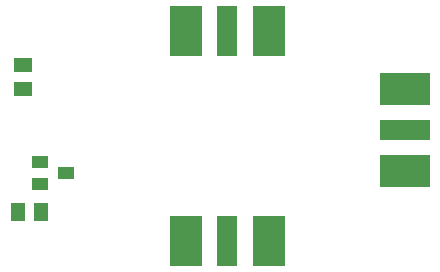
<source format=gbr>
G04 EAGLE Gerber RS-274X export*
G75*
%MOMM*%
%FSLAX34Y34*%
%LPD*%
%INSolderpaste Bottom*%
%IPPOS*%
%AMOC8*
5,1,8,0,0,1.08239X$1,22.5*%
G01*
%ADD10R,1.400000X1.000000*%
%ADD11R,1.300000X1.500000*%
%ADD12R,1.600000X1.300000*%
%ADD13R,1.778000X4.191000*%
%ADD14R,2.667000X4.191000*%
%ADD15R,4.191000X1.778000*%
%ADD16R,4.191000X2.667000*%


D10*
X92280Y78740D03*
X70280Y88240D03*
X70280Y69240D03*
D11*
X51460Y45720D03*
X70460Y45720D03*
D12*
X55880Y150020D03*
X55880Y170020D03*
D13*
X228600Y21154D03*
D14*
X263546Y21154D03*
X193654Y21154D03*
D13*
X228600Y198846D03*
D14*
X193654Y198846D03*
X263546Y198846D03*
D15*
X378846Y115000D03*
D16*
X378846Y149946D03*
X378846Y80054D03*
M02*

</source>
